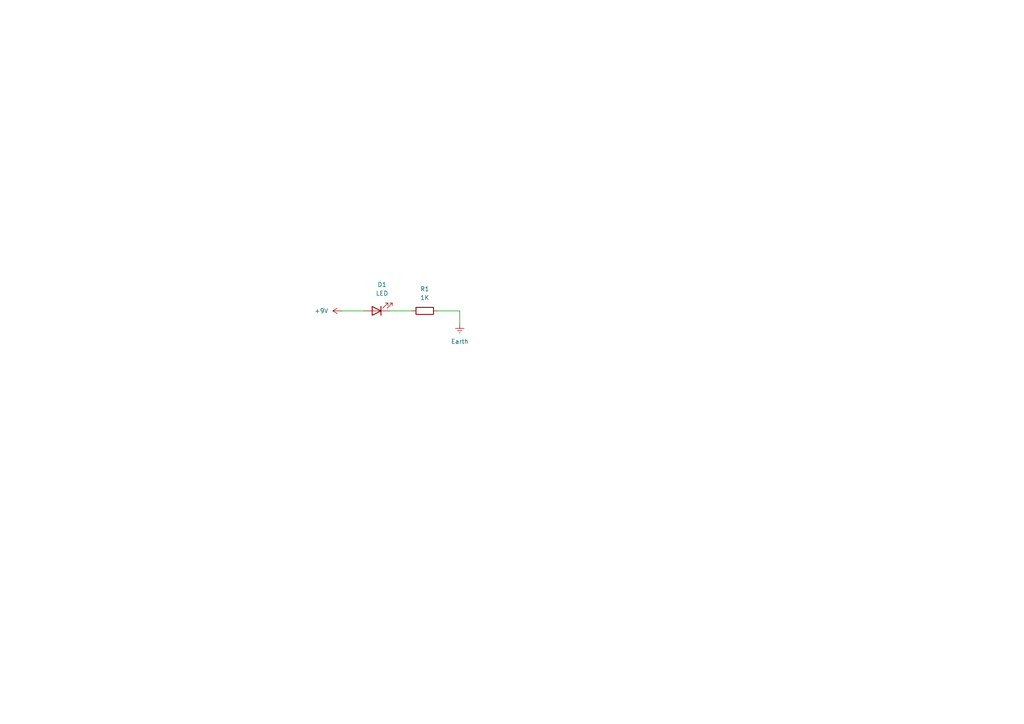
<source format=kicad_sch>
(kicad_sch (version 20231120) (generator "eeschema") (generator_version "8.0")
  (paper "A4")
  (lib_symbols
    (symbol "Device:LED" (pin_numbers hide) (pin_names (offset 1.016) hide)
      (property "Reference" "D" (at 0 2.54 0))
      (property "Value" "LED" (at 0 -2.54 0))
      (symbol "LED_0_1"
        (polyline (pts (xy -1.27 -1.27) (xy -1.27 1.27)) (stroke (width 0.254)))
        (polyline (pts (xy -1.27 0) (xy 1.27 0)))
        (polyline (pts (xy 1.27 -1.27) (xy 1.27 1.27) (xy -1.27 0) (xy 1.27 -1.27)) (stroke (width 0.254)))
        (polyline (pts (xy -3.048 -0.762) (xy -4.572 -2.286) (xy -3.81 -2.286) (xy -4.572 -2.286) (xy -4.572 -1.524)))
        (polyline (pts (xy -1.778 -0.762) (xy -3.302 -2.286) (xy -2.54 -2.286) (xy -3.302 -2.286) (xy -3.302 -1.524)))
      )
      (symbol "LED_1_1"
        (pin passive line (at -3.81 0 0) (length 2.54) (name "K") (number "1"))
        (pin passive line (at 3.81 0 180) (length 2.54) (name "A") (number "2"))
      )
    )
    (symbol "Device:R" (pin_numbers hide) (pin_names (offset 0))
      (property "Reference" "R" (at 2.032 0 90))
      (property "Value" "R" (at 0 0 90))
      (symbol "R_0_1"
        (rectangle (start -1.016 -2.54) (end 1.016 2.54) (stroke (width 0.254)))
      )
      (symbol "R_1_1"
        (pin passive line (at 0 3.81 270) (length 1.27) (name "~") (number "1"))
        (pin passive line (at 0 -3.81 90) (length 1.27) (name "~") (number "2"))
      )
    )
    (symbol "power:+9V" (power) (pin_numbers hide) (pin_names (offset 0) hide)
      (property "Value" "+9V" (at 0 3.556 0))
      (symbol "+9V_0_1"
        (polyline (pts (xy -0.762 1.27) (xy 0 2.54)))
        (polyline (pts (xy 0 0) (xy 0 2.54)))
        (polyline (pts (xy 0 2.54) (xy 0.762 1.27)))
      )
      (symbol "+9V_1_1"
        (pin power_in line (at 0 0 90) (length 0) (name "~") (number "1"))
      )
    )
    (symbol "power:Earth" (power) (pin_numbers hide) (pin_names (offset 0) hide)
      (property "Value" "Earth" (at 0 -3.81 0))
      (symbol "Earth_0_1"
        (polyline (pts (xy -0.635 -1.905) (xy 0.635 -1.905)))
        (polyline (pts (xy -0.127 -2.54) (xy 0.127 -2.54)))
        (polyline (pts (xy 0 -1.27) (xy 0 0)))
        (polyline (pts (xy 1.27 -1.27) (xy -1.27 -1.27)))
      )
      (symbol "Earth_1_1"
        (pin power_in line (at 0 0 270) (length 0) (name "~") (number "1"))
      )
    )
  )
  (wire (pts (xy 127 90.17) (xy 133.35 90.17)))
  (wire (pts (xy 99.06 90.17) (xy 105.41 90.17)))
  (wire (pts (xy 133.35 90.17) (xy 133.35 93.98)))
  (wire (pts (xy 113.03 90.17) (xy 119.38 90.17)))
  (symbol (lib_id "Device:R") (at 123.19 90.17 90) (unit 1)
    (property "Reference" "R1" (at 123.19 83.82 90))
    (property "Value" "1K" (at 123.19 86.36 90))
    (property "Footprint" "Resistor_THT:R_Axial_DIN0207_L6.3mm_D2.5mm_P10.16mm_Horizontal" (effects (hide yes)))
    (property "Description" "Resistor" (effects (hide yes)))
  )
  (symbol (lib_id "Device:LED") (at 109.22 90.17 180) (unit 1)
    (property "Reference" "D1" (at 110.8075 82.55 0))
    (property "Value" "LED" (at 110.8075 85.09 0))
    (property "Footprint" "LED_THT:LED_D5.0mm" (effects (hide yes)))
    (property "Description" "Light emitting diode" (effects (hide yes)))
  )
  (symbol (lib_id "power:Earth") (at 133.35 93.98 0) (unit 1)
    (property "Reference" "#PWR02" (effects (hide yes)))
    (property "Value" "Earth" (at 133.35 99.06 0))
    (property "Description" "Power symbol creates a global label with name \"Earth\"" (effects (hide yes)))
  )
  (symbol (lib_id "power:+9V") (at 99.06 90.17 90) (unit 1)
    (property "Reference" "#PWR01" (effects (hide yes)))
    (property "Value" "+9V" (at 95.25 90.1699 90) (effects (justify left)))
    (property "Description" "Power symbol creates a global label with name \"+9V\"" (effects (hide yes)))
  )
)
</source>
